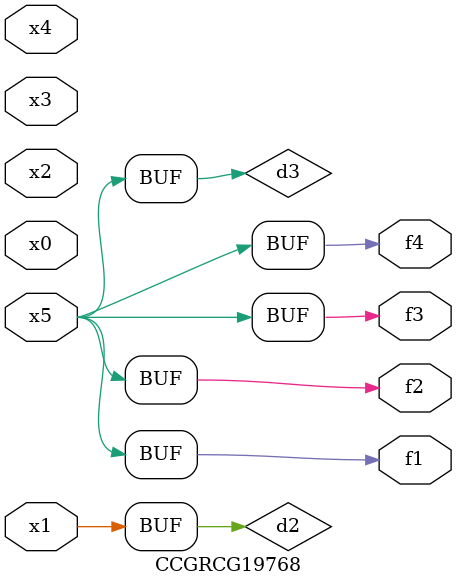
<source format=v>
module CCGRCG19768(
	input x0, x1, x2, x3, x4, x5,
	output f1, f2, f3, f4
);

	wire d1, d2, d3;

	not (d1, x5);
	or (d2, x1);
	xnor (d3, d1);
	assign f1 = d3;
	assign f2 = d3;
	assign f3 = d3;
	assign f4 = d3;
endmodule

</source>
